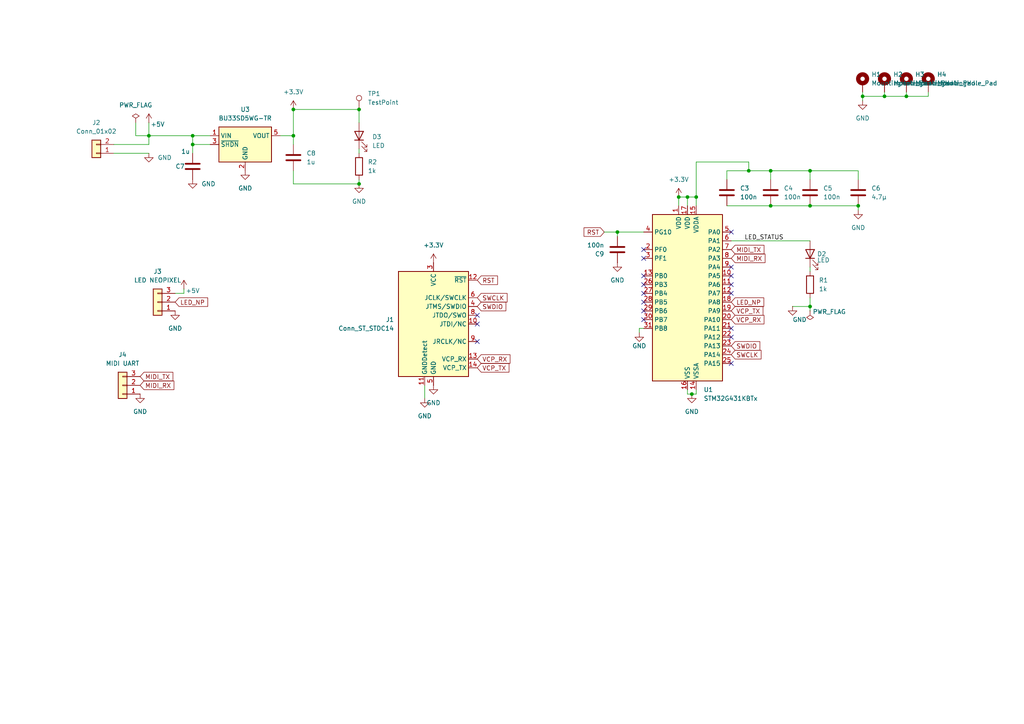
<source format=kicad_sch>
(kicad_sch (version 20250114) (generator "eeschema") (generator_version "9.0")
  (paper "A4")
  (lib_symbols
    (symbol "Connector:Conn_ST_STDC14"
      (property "Reference" "J" (at -8.89 16.51 0))
      (property "Value" "Conn_ST_STDC14" (at 17.78 16.51 0))
      (symbol "Conn_ST_STDC14_0_1"
        (rectangle (start -10.16 15.24) (end 10.16 -15.24) (stroke (width 0.254)) (fill (type background)))
      )
      (symbol "Conn_ST_STDC14_1_1"
        (pin no_connect line (at -10.16 5.08 0) (length 2.54) (hide yes) (name "NC") (number "1"))
        (pin no_connect line (at -10.16 2.54 0) (length 2.54) (hide yes) (name "NC") (number "2"))
        (pin passive line (at -2.54 -17.78 90) (length 2.54) (name "GNDDetect") (number "11"))
        (pin power_in line (at 0 17.78 270) (length 2.54) (name "VCC") (number "3"))
        (pin power_in line (at 0 -17.78 90) (length 2.54) (name "GND") (number "5"))
        (pin passive line (at 0 -17.78 90) (length 2.54) (hide yes) (name "GND") (number "7"))
        (pin open_collector line (at 12.7 12.7 180) (length 2.54) (name "~{RST}") (number "12"))
        (pin output line (at 12.7 7.62 180) (length 2.54) (name "JCLK/SWCLK") (number "6"))
        (pin bidirectional line (at 12.7 5.08 180) (length 2.54) (name "JTMS/SWDIO") (number "4"))
        (pin input line (at 12.7 2.54 180) (length 2.54) (name "JTDO/SWO") (number "8"))
        (pin output line (at 12.7 0 180) (length 2.54) (name "JTDI/NC") (number "10"))
        (pin input line (at 12.7 -5.08 180) (length 2.54) (name "JRCLK/NC") (number "9"))
        (pin output line (at 12.7 -10.16 180) (length 2.54) (name "VCP_RX") (number "13"))
        (pin input line (at 12.7 -12.7 180) (length 2.54) (name "VCP_TX") (number "14"))
      )
    )
    (symbol "Connector:TestPoint" (pin_numbers (hide yes)) (pin_names (offset 0.762) (hide yes))
      (property "Reference" "TP" (at 0 6.858 0))
      (property "Value" "TestPoint" (at 0 5.08 0))
      (symbol "TestPoint_0_1"
        (circle (center 0 3.302) (radius 0.762))
      )
      (symbol "TestPoint_1_1"
        (pin passive line (at 0 0 90) (length 2.54) (name "1") (number "1"))
      )
    )
    (symbol "Connector_Generic:Conn_01x02" (pin_names (offset 1.016) (hide yes))
      (property "Reference" "J" (at 0 2.54 0))
      (property "Value" "Conn_01x02" (at 0 -5.08 0))
      (symbol "Conn_01x02_1_1"
        (rectangle (start -1.27 1.27) (end 1.27 -3.81) (stroke (width 0.254)) (fill (type background)))
        (rectangle (start -1.27 0.127) (end 0 -0.127) (stroke (width 0.1524)))
        (rectangle (start -1.27 -2.413) (end 0 -2.667) (stroke (width 0.1524)))
        (pin passive line (at -5.08 0 0) (length 3.81) (name "Pin_1") (number "1"))
        (pin passive line (at -5.08 -2.54 0) (length 3.81) (name "Pin_2") (number "2"))
      )
    )
    (symbol "Connector_Generic:Conn_01x03" (pin_names (offset 1.016) (hide yes))
      (property "Reference" "J" (at 0 5.08 0))
      (property "Value" "Conn_01x03" (at 0 -5.08 0))
      (symbol "Conn_01x03_1_1"
        (rectangle (start -1.27 3.81) (end 1.27 -3.81) (stroke (width 0.254)) (fill (type background)))
        (rectangle (start -1.27 2.667) (end 0 2.413) (stroke (width 0.1524)))
        (rectangle (start -1.27 0.127) (end 0 -0.127) (stroke (width 0.1524)))
        (rectangle (start -1.27 -2.413) (end 0 -2.667) (stroke (width 0.1524)))
        (pin passive line (at -5.08 2.54 0) (length 3.81) (name "Pin_1") (number "1"))
        (pin passive line (at -5.08 0 0) (length 3.81) (name "Pin_2") (number "2"))
        (pin passive line (at -5.08 -2.54 0) (length 3.81) (name "Pin_3") (number "3"))
      )
    )
    (symbol "Device:LED" (pin_numbers (hide yes)) (pin_names (offset 1.016) (hide yes))
      (property "Reference" "D" (at 0 2.54 0))
      (property "Value" "LED" (at 0 -2.54 0))
      (symbol "LED_0_1"
        (polyline (pts (xy -3.048 -0.762) (xy -4.572 -2.286) (xy -3.81 -2.286) (xy -4.572 -2.286) (xy -4.572 -1.524)))
        (polyline (pts (xy -1.778 -0.762) (xy -3.302 -2.286) (xy -2.54 -2.286) (xy -3.302 -2.286) (xy -3.302 -1.524)))
        (polyline (pts (xy -1.27 0) (xy 1.27 0)))
        (polyline (pts (xy -1.27 -1.27) (xy -1.27 1.27)) (stroke (width 0.254)))
        (polyline (pts (xy 1.27 -1.27) (xy 1.27 1.27) (xy -1.27 0) (xy 1.27 -1.27)) (stroke (width 0.254)))
      )
      (symbol "LED_1_1"
        (pin passive line (at -3.81 0 0) (length 2.54) (name "K") (number "1"))
        (pin passive line (at 3.81 0 180) (length 2.54) (name "A") (number "2"))
      )
    )
    (symbol "MCU_ST_STM32G4:STM32G431KBTx"
      (property "Reference" "U" (at -10.16 26.67 0))
      (property "Value" "STM32G431KBTx" (at 5.08 26.67 0))
      (symbol "STM32G431KBTx_0_1"
        (rectangle (start -10.16 -22.86) (end 10.16 25.4) (stroke (width 0.254)) (fill (type background)))
      )
      (symbol "STM32G431KBTx_1_1"
        (pin bidirectional line (at -12.7 20.32 0) (length 2.54) (name "PG10") (number "4"))
        (pin bidirectional line (at -12.7 15.24 0) (length 2.54) (name "PF0") (number "2"))
        (pin bidirectional line (at -12.7 12.7 0) (length 2.54) (name "PF1") (number "3"))
        (pin bidirectional line (at -12.7 7.62 0) (length 2.54) (name "PB0") (number "13"))
        (pin bidirectional line (at -12.7 5.08 0) (length 2.54) (name "PB3") (number "26"))
        (pin bidirectional line (at -12.7 2.54 0) (length 2.54) (name "PB4") (number "27"))
        (pin bidirectional line (at -12.7 0 0) (length 2.54) (name "PB5") (number "28"))
        (pin bidirectional line (at -12.7 -2.54 0) (length 2.54) (name "PB6") (number "29"))
        (pin bidirectional line (at -12.7 -5.08 0) (length 2.54) (name "PB7") (number "30"))
        (pin bidirectional line (at -12.7 -7.62 0) (length 2.54) (name "PB8") (number "31"))
        (pin power_in line (at -2.54 27.94 270) (length 2.54) (name "VDD") (number "1"))
        (pin power_in line (at 0 27.94 270) (length 2.54) (name "VDD") (number "17"))
        (pin power_in line (at 0 -25.4 90) (length 2.54) (name "VSS") (number "16"))
        (pin passive line (at 0 -25.4 90) (length 2.54) (hide yes) (name "VSS") (number "32"))
        (pin power_in line (at 2.54 27.94 270) (length 2.54) (name "VDDA") (number "15"))
        (pin power_in line (at 2.54 -25.4 90) (length 2.54) (name "VSSA") (number "14"))
        (pin bidirectional line (at 12.7 20.32 180) (length 2.54) (name "PA0") (number "5"))
        (pin bidirectional line (at 12.7 17.78 180) (length 2.54) (name "PA1") (number "6"))
        (pin bidirectional line (at 12.7 15.24 180) (length 2.54) (name "PA2") (number "7"))
        (pin bidirectional line (at 12.7 12.7 180) (length 2.54) (name "PA3") (number "8"))
        (pin bidirectional line (at 12.7 10.16 180) (length 2.54) (name "PA4") (number "9"))
        (pin bidirectional line (at 12.7 7.62 180) (length 2.54) (name "PA5") (number "10"))
        (pin bidirectional line (at 12.7 5.08 180) (length 2.54) (name "PA6") (number "11"))
        (pin bidirectional line (at 12.7 2.54 180) (length 2.54) (name "PA7") (number "12"))
        (pin bidirectional line (at 12.7 0 180) (length 2.54) (name "PA8") (number "18"))
        (pin bidirectional line (at 12.7 -2.54 180) (length 2.54) (name "PA9") (number "19"))
        (pin bidirectional line (at 12.7 -5.08 180) (length 2.54) (name "PA10") (number "20"))
        (pin bidirectional line (at 12.7 -7.62 180) (length 2.54) (name "PA11") (number "21"))
        (pin bidirectional line (at 12.7 -10.16 180) (length 2.54) (name "PA12") (number "22"))
        (pin bidirectional line (at 12.7 -12.7 180) (length 2.54) (name "PA13") (number "23"))
        (pin bidirectional line (at 12.7 -15.24 180) (length 2.54) (name "PA14") (number "24"))
        (pin bidirectional line (at 12.7 -17.78 180) (length 2.54) (name "PA15") (number "25"))
      )
    )
    (symbol "Mechanical:MountingHole_Pad" (pin_numbers (hide yes)) (pin_names (offset 1.016) (hide yes)) (exclude_from_sim yes) (in_bom no)
      (property "Reference" "H" (at 0 6.35 0))
      (property "Value" "MountingHole_Pad" (at 0 4.445 0))
      (symbol "MountingHole_Pad_0_1"
        (circle (center 0 1.27) (radius 1.27) (stroke (width 1.27)))
      )
      (symbol "MountingHole_Pad_1_1"
        (pin input line (at 0 -2.54 90) (length 2.54) (name "1") (number "1"))
      )
    )
    (symbol "Regulator_Linear:MCP1802x-xx02xOT"
      (property "Reference" "U" (at -6.35 6.35 0))
      (property "Value" "MCP1802x-xx02xOT" (at 0 6.35 0))
      (symbol "MCP1802x-xx02xOT_0_1"
        (rectangle (start -7.62 5.08) (end 7.62 -5.08) (stroke (width 0.254)) (fill (type background)))
      )
      (symbol "MCP1802x-xx02xOT_1_1"
        (pin power_in line (at -10.16 2.54 0) (length 2.54) (name "VIN") (number "1"))
        (pin input line (at -10.16 0 0) (length 2.54) (name "~{SHDN}") (number "3"))
        (pin power_in line (at 0 -7.62 90) (length 2.54) (name "GND") (number "2"))
        (pin no_connect line (at 7.62 0 180) (length 2.54) (hide yes) (name "NC") (number "4"))
        (pin power_out line (at 10.16 2.54 180) (length 2.54) (name "VOUT") (number "5"))
      )
    )
    (symbol "SymbGamelGe2_v8.0:C" (pin_numbers (hide yes)) (pin_names (offset 0.254))
      (property "Reference" "C" (at 0.635 2.54 0))
      (property "Value" "C" (at 0.635 -2.54 0))
      (symbol "C_0_1"
        (polyline (pts (xy -2.032 0.762) (xy 2.032 0.762)) (stroke (width 0.508)))
        (polyline (pts (xy -2.032 -0.762) (xy 2.032 -0.762)) (stroke (width 0.508)))
      )
      (symbol "C_1_1"
        (pin passive line (at 0 3.81 270) (length 2.794) (name "~") (number "1"))
        (pin passive line (at 0 -3.81 90) (length 2.794) (name "~") (number "2"))
      )
    )
    (symbol "SymbGamelGe2_v8.0:R" (pin_numbers (hide yes)) (pin_names (offset 0))
      (property "Reference" "R" (at 2.032 0 90))
      (property "Value" "R" (at 0 0 90))
      (symbol "R_0_1"
        (rectangle (start -1.016 -2.54) (end 1.016 2.54) (stroke (width 0.254)))
      )
      (symbol "R_1_1"
        (pin passive line (at 0 3.81 270) (length 1.27) (name "~") (number "1"))
        (pin passive line (at 0 -3.81 90) (length 1.27) (name "~") (number "2"))
      )
    )
    (symbol "power:+3.3V" (power) (pin_numbers (hide yes)) (pin_names (offset 0) (hide yes))
      (property "Value" "+3.3V" (at 0 3.556 0))
      (symbol "+3.3V_0_1"
        (polyline (pts (xy -0.762 1.27) (xy 0 2.54)))
        (polyline (pts (xy 0 2.54) (xy 0.762 1.27)))
        (polyline (pts (xy 0 0) (xy 0 2.54)))
      )
      (symbol "+3.3V_1_1"
        (pin power_in line (at 0 0 90) (length 0) (name "~") (number "1"))
      )
    )
    (symbol "power:+5V" (power) (pin_numbers (hide yes)) (pin_names (offset 0) (hide yes))
      (property "Value" "+5V" (at 0 3.556 0))
      (symbol "+5V_0_1"
        (polyline (pts (xy -0.762 1.27) (xy 0 2.54)))
        (polyline (pts (xy 0 2.54) (xy 0.762 1.27)))
        (polyline (pts (xy 0 0) (xy 0 2.54)))
      )
      (symbol "+5V_1_1"
        (pin power_in line (at 0 0 90) (length 0) (name "~") (number "1"))
      )
    )
    (symbol "power:GND" (power) (pin_numbers (hide yes)) (pin_names (offset 0) (hide yes))
      (property "Value" "GND" (at 0 -3.81 0))
      (symbol "GND_0_1"
        (polyline (pts (xy 0 0) (xy 0 -1.27) (xy 1.27 -1.27) (xy 0 -2.54) (xy -1.27 -1.27) (xy 0 -1.27)))
      )
      (symbol "GND_1_1"
        (pin power_in line (at 0 0 270) (length 0) (name "~") (number "1"))
      )
    )
    (symbol "power:PWR_FLAG" (power) (pin_numbers (hide yes)) (pin_names (offset 0) (hide yes))
      (property "Value" "PWR_FLAG" (at 0 3.81 0))
      (symbol "PWR_FLAG_0_0"
        (pin power_out line (at 0 0 90) (length 0) (name "~") (number "1"))
      )
      (symbol "PWR_FLAG_0_1"
        (polyline (pts (xy 0 0) (xy 0 1.27) (xy -1.016 1.905) (xy 0 2.54) (xy 1.016 1.905) (xy 0 1.27)))
      )
    )
  )
  (junction (at 199.39 57.15))
  (junction (at 85.09 39.37))
  (junction (at 104.14 31.75))
  (junction (at 234.95 88.9))
  (junction (at 223.52 59.69))
  (junction (at 196.85 57.15))
  (junction (at 223.52 49.53))
  (junction (at 201.93 57.15))
  (junction (at 217.17 49.53))
  (junction (at 179.07 67.31))
  (junction (at 55.88 39.37))
  (junction (at 262.89 27.94))
  (junction (at 43.18 39.37))
  (junction (at 200.66 114.3))
  (junction (at 256.54 27.94))
  (junction (at 234.95 59.69))
  (junction (at 85.09 31.75))
  (junction (at 234.95 49.53))
  (junction (at 250.19 27.94))
  (junction (at 55.88 41.91))
  (junction (at 248.92 59.69))
  (junction (at 104.14 53.34))
  (no_connect (at 186.69 82.55))
  (no_connect (at 212.09 77.47))
  (no_connect (at 212.09 85.09))
  (no_connect (at 212.09 82.55))
  (no_connect (at 186.69 90.17))
  (no_connect (at 186.69 87.63))
  (no_connect (at 138.43 99.06))
  (no_connect (at 186.69 74.93))
  (no_connect (at 138.43 91.44))
  (no_connect (at 138.43 93.98))
  (no_connect (at 212.09 67.31))
  (no_connect (at 186.69 85.09))
  (no_connect (at 186.69 92.71))
  (no_connect (at 212.09 95.25))
  (no_connect (at 212.09 97.79))
  (no_connect (at 212.09 80.01))
  (no_connect (at 212.09 105.41))
  (no_connect (at 186.69 72.39))
  (no_connect (at 186.69 80.01))
  (wire (pts (xy 85.09 53.34) (xy 85.09 49.53)))
  (wire (pts (xy 262.89 27.94) (xy 269.24 27.94)))
  (wire (pts (xy 250.19 27.94) (xy 250.19 29.21)))
  (wire (pts (xy 210.82 49.53) (xy 210.82 52.07)))
  (wire (pts (xy 201.93 57.15) (xy 201.93 59.69)))
  (wire (pts (xy 33.02 41.91) (xy 43.18 41.91)))
  (wire (pts (xy 223.52 49.53) (xy 234.95 49.53)))
  (wire (pts (xy 104.14 53.34) (xy 85.09 53.34)))
  (wire (pts (xy 60.96 41.91) (xy 55.88 41.91)))
  (wire (pts (xy 229.87 88.9) (xy 234.95 88.9)))
  (wire (pts (xy 201.93 46.99) (xy 201.93 57.15)))
  (wire (pts (xy 179.07 67.31) (xy 186.69 67.31)))
  (wire (pts (xy 50.8 85.09) (xy 53.34 85.09)))
  (wire (pts (xy 234.95 86.36) (xy 234.95 88.9)))
  (wire (pts (xy 256.54 26.67) (xy 256.54 27.94)))
  (wire (pts (xy 104.14 31.75) (xy 85.09 31.75)))
  (wire (pts (xy 217.17 46.99) (xy 217.17 49.53)))
  (wire (pts (xy 85.09 41.91) (xy 85.09 39.37)))
  (wire (pts (xy 53.34 85.09) (xy 53.34 83.82)))
  (wire (pts (xy 210.82 59.69) (xy 223.52 59.69)))
  (wire (pts (xy 85.09 31.75) (xy 85.09 39.37)))
  (wire (pts (xy 223.52 59.69) (xy 234.95 59.69)))
  (wire (pts (xy 175.26 67.31) (xy 179.07 67.31)))
  (wire (pts (xy 217.17 49.53) (xy 223.52 49.53)))
  (wire (pts (xy 179.07 68.58) (xy 179.07 67.31)))
  (wire (pts (xy 248.92 59.69) (xy 248.92 60.96)))
  (wire (pts (xy 210.82 49.53) (xy 217.17 49.53)))
  (wire (pts (xy 196.85 57.15) (xy 199.39 57.15)))
  (wire (pts (xy 43.18 39.37) (xy 43.18 35.56)))
  (wire (pts (xy 256.54 27.94) (xy 262.89 27.94)))
  (wire (pts (xy 234.95 52.07) (xy 234.95 49.53)))
  (wire (pts (xy 196.85 57.15) (xy 196.85 59.69)))
  (wire (pts (xy 199.39 113.03) (xy 199.39 114.3)))
  (wire (pts (xy 199.39 114.3) (xy 200.66 114.3)))
  (wire (pts (xy 250.19 26.67) (xy 250.19 27.94)))
  (wire (pts (xy 199.39 57.15) (xy 201.93 57.15)))
  (wire (pts (xy 201.93 113.03) (xy 201.93 114.3)))
  (wire (pts (xy 104.14 35.56) (xy 104.14 31.75)))
  (wire (pts (xy 55.88 41.91) (xy 55.88 39.37)))
  (wire (pts (xy 234.95 90.17) (xy 234.95 88.9)))
  (wire (pts (xy 104.14 52.07) (xy 104.14 53.34)))
  (wire (pts (xy 39.37 35.56) (xy 39.37 39.37)))
  (wire (pts (xy 39.37 39.37) (xy 43.18 39.37)))
  (wire (pts (xy 55.88 41.91) (xy 55.88 44.45)))
  (wire (pts (xy 123.19 115.57) (xy 123.19 111.76)))
  (wire (pts (xy 223.52 49.53) (xy 223.52 52.07)))
  (wire (pts (xy 248.92 49.53) (xy 234.95 49.53)))
  (wire (pts (xy 234.95 77.47) (xy 234.95 78.74)))
  (wire (pts (xy 33.02 44.45) (xy 43.18 44.45)))
  (wire (pts (xy 43.18 41.91) (xy 43.18 39.37)))
  (wire (pts (xy 81.28 39.37) (xy 85.09 39.37)))
  (wire (pts (xy 185.42 96.52) (xy 185.42 95.25)))
  (wire (pts (xy 262.89 26.67) (xy 262.89 27.94)))
  (wire (pts (xy 185.42 95.25) (xy 186.69 95.25)))
  (wire (pts (xy 104.14 43.18) (xy 104.14 44.45)))
  (wire (pts (xy 201.93 114.3) (xy 200.66 114.3)))
  (wire (pts (xy 269.24 27.94) (xy 269.24 26.67)))
  (wire (pts (xy 43.18 39.37) (xy 55.88 39.37)))
  (wire (pts (xy 55.88 39.37) (xy 60.96 39.37)))
  (wire (pts (xy 250.19 27.94) (xy 256.54 27.94)))
  (wire (pts (xy 234.95 59.69) (xy 248.92 59.69)))
  (wire (pts (xy 212.09 69.85) (xy 234.95 69.85)))
  (wire (pts (xy 217.17 46.99) (xy 201.93 46.99)))
  (wire (pts (xy 199.39 57.15) (xy 199.39 59.69)))
  (wire (pts (xy 248.92 52.07) (xy 248.92 49.53)))
  (label "LED_STATUS" (at 215.9 69.85 0))
  (global_label "VCP_RX" (shape input) (at 212.09 92.71 0) (property "Intersheetrefs" "${INTERSHEET_REFS}" (effects (hide yes))))
  (global_label "VCP_TX" (shape input) (at 212.09 90.17 0) (property "Intersheetrefs" "${INTERSHEET_REFS}" (effects (hide yes))))
  (global_label "LED_NP" (shape input) (at 50.8 87.63 0) (property "Intersheetrefs" "${INTERSHEET_REFS}" (effects (hide yes))))
  (global_label "SWDIO" (shape input) (at 138.43 88.9 0) (property "Intersheetrefs" "${INTERSHEET_REFS}" (effects (hide yes))))
  (global_label "VCP_RX" (shape input) (at 138.43 104.14 0) (property "Intersheetrefs" "${INTERSHEET_REFS}" (effects (hide yes))))
  (global_label "MIDI_TX" (shape input) (at 212.09 72.39 0) (property "Intersheetrefs" "${INTERSHEET_REFS}" (effects (hide yes))))
  (global_label "LED_NP" (shape input) (at 212.09 87.63 0) (property "Intersheetrefs" "${INTERSHEET_REFS}" (effects (hide yes))))
  (global_label "SWCLK" (shape input) (at 212.09 102.87 0) (property "Intersheetrefs" "${INTERSHEET_REFS}" (effects (hide yes))))
  (global_label "SWCLK" (shape input) (at 138.43 86.36 0) (property "Intersheetrefs" "${INTERSHEET_REFS}" (effects (hide yes))))
  (global_label "MIDI_RX" (shape input) (at 212.09 74.93 0) (property "Intersheetrefs" "${INTERSHEET_REFS}" (effects (hide yes))))
  (global_label "RST" (shape input) (at 138.43 81.28 0) (property "Intersheetrefs" "${INTERSHEET_REFS}" (effects (hide yes))))
  (global_label "MIDI_RX" (shape input) (at 40.64 111.76 0) (property "Intersheetrefs" "${INTERSHEET_REFS}" (effects (hide yes))))
  (global_label "VCP_TX" (shape input) (at 138.43 106.68 0) (property "Intersheetrefs" "${INTERSHEET_REFS}" (effects (hide yes))))
  (global_label "SWDIO" (shape input) (at 212.09 100.33 0) (property "Intersheetrefs" "${INTERSHEET_REFS}" (effects (hide yes))))
  (global_label "MIDI_TX" (shape input) (at 40.64 109.22 0) (property "Intersheetrefs" "${INTERSHEET_REFS}" (effects (hide yes))))
  (global_label "RST" (shape input) (at 175.26 67.31 180) (property "Intersheetrefs" "${INTERSHEET_REFS}" (effects (hide yes))))
  (symbol (lib_id "SymbGamelGe2_v8.0:C") (at 248.92 55.88 0) (unit 1)
    (property "Reference" "C6" (at 252.73 54.6099 0) (effects (justify left)))
    (property "Value" "4.7µ" (at 252.73 57.1499 0) (effects (justify left)))
    (property "Footprint" "Capacitor_SMD:C_0603_1608Metric" (effects (hide yes)))
    (property "Description" "Unpolarized capacitor" (effects (hide yes)))
  )
  (symbol (lib_id "power:PWR_FLAG") (at 39.37 35.56 0) (unit 1)
    (property "Reference" "#FLG01" (effects (hide yes)))
    (property "Value" "PWR_FLAG" (at 39.37 30.48 0))
    (property "Description" "Special symbol for telling ERC where power comes from" (effects (hide yes)))
  )
  (symbol (lib_id "Connector:TestPoint") (at 104.14 31.75 0) (unit 1)
    (property "Reference" "TP1" (at 106.68 27.1779 0) (effects (justify left)))
    (property "Value" "TestPoint" (at 106.68 29.7179 0) (effects (justify left)))
    (property "Footprint" "TestPoint:TestPoint_Pad_D2.0mm" (effects (hide yes)))
    (property "Description" "test point" (effects (hide yes)))
  )
  (symbol (lib_id "SymbGamelGe2_v8.0:R") (at 234.95 82.55 0) (unit 1)
    (property "Reference" "R1" (at 237.49 81.2799 0) (effects (justify left)))
    (property "Value" "1k" (at 237.49 83.8199 0) (effects (justify left)))
    (property "Footprint" "Resistor_SMD:R_0402_1005Metric" (effects (hide yes)))
    (property "Description" "Resistor 1/4W" (effects (hide yes)))
  )
  (symbol (lib_id "power:+3.3V") (at 85.09 31.75 0) (unit 1)
    (property "Reference" "#PWR06" (effects (hide yes)))
    (property "Value" "+3.3V" (at 85.09 26.67 0))
    (property "Description" "Power symbol creates a global label with name \"+3.3V\"" (effects (hide yes)))
  )
  (symbol (lib_id "power:GND") (at 71.12 49.53 0) (unit 1)
    (property "Reference" "#PWR03" (effects (hide yes)))
    (property "Value" "GND" (at 71.12 54.61 0))
    (property "Description" "Power symbol creates a global label with name \"GND\" , ground" (effects (hide yes)))
  )
  (symbol (lib_id "Mechanical:MountingHole_Pad") (at 256.54 24.13 0) (unit 1) (exclude_from_sim yes) (in_bom no)
    (property "Reference" "H2" (at 259.08 21.5899 0) (effects (justify left)))
    (property "Value" "MountingHole_Pad" (at 259.08 24.1299 0) (effects (justify left)))
    (property "Footprint" "MountingHole:MountingHole_3.2mm_M3_Pad_Via" (effects (hide yes)))
    (property "Description" "Mounting Hole with connection" (effects (hide yes)))
  )
  (symbol (lib_id "power:GND") (at 104.14 53.34 0) (unit 1)
    (property "Reference" "#PWR012" (effects (hide yes)))
    (property "Value" "GND" (at 104.14 58.42 0))
    (property "Description" "Power symbol creates a global label with name \"GND\" , ground" (effects (hide yes)))
  )
  (symbol (lib_id "Device:LED") (at 234.95 73.66 90) (unit 1)
    (property "Reference" "D2" (at 236.982 73.66 90) (effects (justify right)))
    (property "Value" "LED" (at 236.982 75.438 90) (effects (justify right)))
    (property "Footprint" "LED_SMD:LED_0603_1608Metric" (effects (hide yes)))
    (property "Description" "Light emitting diode" (effects (hide yes)))
    (property "Sim.Pins" "1=K 2=A" (effects (hide yes)))
  )
  (symbol (lib_id "SymbGamelGe2_v8.0:C") (at 85.09 45.72 0) (unit 1)
    (property "Reference" "C8" (at 88.9 44.4499 0) (effects (justify left)))
    (property "Value" "1u" (at 88.9 46.9899 0) (effects (justify left)))
    (property "Footprint" "Capacitor_SMD:C_0603_1608Metric" (effects (hide yes)))
    (property "Description" "Unpolarized capacitor" (effects (hide yes)))
  )
  (symbol (lib_id "power:GND") (at 43.18 44.45 0) (unit 1)
    (property "Reference" "#PWR04" (effects (hide yes)))
    (property "Value" "GND" (at 45.72 45.7199 0) (effects (justify left)))
    (property "Description" "Power symbol creates a global label with name \"GND\" , ground" (effects (hide yes)))
  )
  (symbol (lib_id "power:+3.3V") (at 196.85 57.15 0) (unit 1)
    (property "Reference" "#PWR07" (effects (hide yes)))
    (property "Value" "+3.3V" (at 196.85 52.07 0))
    (property "Description" "Power symbol creates a global label with name \"+3.3V\"" (effects (hide yes)))
  )
  (symbol (lib_id "power:GND") (at 185.42 96.52 0) (unit 1)
    (property "Reference" "#PWR017" (effects (hide yes)))
    (property "Value" "GND" (at 185.42 100.33 0))
    (property "Description" "Power symbol creates a global label with name \"GND\" , ground" (effects (hide yes)))
  )
  (symbol (lib_id "SymbGamelGe2_v8.0:C") (at 55.88 48.26 180) (unit 1)
    (property "Reference" "C7" (at 53.594 48.26 0) (effects (justify left)))
    (property "Value" "1u" (at 55.118 43.942 0) (effects (justify left)))
    (property "Footprint" "Capacitor_SMD:C_0603_1608Metric" (effects (hide yes)))
    (property "Description" "Unpolarized capacitor" (effects (hide yes)))
  )
  (symbol (lib_id "power:PWR_FLAG") (at 234.95 90.17 180) (unit 1)
    (property "Reference" "#FLG02" (effects (hide yes)))
    (property "Value" "PWR_FLAG" (at 235.712 90.424 0) (effects (justify right)))
    (property "Description" "Special symbol for telling ERC where power comes from" (effects (hide yes)))
  )
  (symbol (lib_id "SymbGamelGe2_v8.0:C") (at 234.95 55.88 0) (unit 1)
    (property "Reference" "C5" (at 238.76 54.6099 0) (effects (justify left)))
    (property "Value" "100n" (at 238.76 57.1499 0) (effects (justify left)))
    (property "Footprint" "Capacitor_SMD:C_0402_1005Metric" (effects (hide yes)))
    (property "Description" "Unpolarized capacitor" (effects (hide yes)))
  )
  (symbol (lib_id "Connector_Generic:Conn_01x03") (at 35.56 111.76 180) (unit 1)
    (property "Reference" "J4" (at 35.56 102.87 0))
    (property "Value" "MIDI UART" (at 35.56 105.41 0))
    (property "Footprint" "Connector_JST:JST_XH_B3B-XH-A_1x03_P2.50mm_Vertical" (effects (hide yes)))
    (property "Description" "Generic connector, single row, 01x03, script generated (kicad-library-utils/schlib/autogen/connector/)" (effects (hide yes)))
  )
  (symbol (lib_id "power:GND") (at 125.73 111.76 0) (unit 1)
    (property "Reference" "#PWR09" (effects (hide yes)))
    (property "Value" "GND" (at 125.73 116.84 0))
    (property "Description" "Power symbol creates a global label with name \"GND\" , ground" (effects (hide yes)))
  )
  (symbol (lib_id "Mechanical:MountingHole_Pad") (at 262.89 24.13 0) (unit 1) (exclude_from_sim yes) (in_bom no)
    (property "Reference" "H3" (at 265.43 21.5899 0) (effects (justify left)))
    (property "Value" "MountingHole_Pad" (at 265.43 24.1299 0) (effects (justify left)))
    (property "Footprint" "MountingHole:MountingHole_3.2mm_M3_Pad_Via" (effects (hide yes)))
    (property "Description" "Mounting Hole with connection" (effects (hide yes)))
  )
  (symbol (lib_id "SymbGamelGe2_v8.0:R") (at 104.14 48.26 0) (unit 1)
    (property "Reference" "R2" (at 106.68 46.9899 0) (effects (justify left)))
    (property "Value" "1k" (at 106.68 49.5299 0) (effects (justify left)))
    (property "Footprint" "Resistor_SMD:R_0402_1005Metric" (effects (hide yes)))
    (property "Description" "Resistor 1/4W" (effects (hide yes)))
  )
  (symbol (lib_id "Mechanical:MountingHole_Pad") (at 269.24 24.13 0) (unit 1) (exclude_from_sim yes) (in_bom no)
    (property "Reference" "H4" (at 271.78 21.5899 0) (effects (justify left)))
    (property "Value" "MountingHole_Pad" (at 271.78 24.1299 0) (effects (justify left)))
    (property "Footprint" "MountingHole:MountingHole_3.2mm_M3_Pad_Via" (effects (hide yes)))
    (property "Description" "Mounting Hole with connection" (effects (hide yes)))
  )
  (symbol (lib_id "power:GND") (at 55.88 52.07 0) (unit 1)
    (property "Reference" "#PWR011" (effects (hide yes)))
    (property "Value" "GND" (at 58.42 53.3399 0) (effects (justify left)))
    (property "Description" "Power symbol creates a global label with name \"GND\" , ground" (effects (hide yes)))
  )
  (symbol (lib_id "Connector:Conn_ST_STDC14") (at 125.73 93.98 0) (unit 1)
    (property "Reference" "J1" (at 114.3 92.7099 0) (effects (justify right)))
    (property "Value" "Conn_ST_STDC14" (at 114.3 95.2499 0) (effects (justify right)))
    (property "Footprint" "Connector_PinHeader_1.27mm:PinHeader_2x07_P1.27mm_Vertical_SMD" (effects (hide yes)))
    (property "Datasheet" "https://www.st.com/content/ccc/resource/technical/document/user_manual/group1/99/49/91/b6/b2/3a/46/e5/DM00526767/files/DM00526767.pdf/jcr:content/translations/en.DM00526767.pdf" (effects (hide yes)))
    (property "Description" "ST Debug Connector, standard ARM Cortex-M SWD and JTAG interface plus UART" (effects (hide yes)))
  )
  (symbol (lib_id "power:+3.3V") (at 125.73 76.2 0) (unit 1)
    (property "Reference" "#PWR010" (effects (hide yes)))
    (property "Value" "+3.3V" (at 125.73 71.12 0))
    (property "Description" "Power symbol creates a global label with name \"+3.3V\"" (effects (hide yes)))
  )
  (symbol (lib_id "power:GND") (at 123.19 115.57 0) (unit 1)
    (property "Reference" "#PWR08" (effects (hide yes)))
    (property "Value" "GND" (at 123.19 120.65 0))
    (property "Description" "Power symbol creates a global label with name \"GND\" , ground" (effects (hide yes)))
  )
  (symbol (lib_id "SymbGamelGe2_v8.0:C") (at 210.82 55.88 0) (unit 1)
    (property "Reference" "C3" (at 214.63 54.6099 0) (effects (justify left)))
    (property "Value" "100n" (at 214.63 57.1499 0) (effects (justify left)))
    (property "Footprint" "Capacitor_SMD:C_0402_1005Metric" (effects (hide yes)))
    (property "Description" "Unpolarized capacitor" (effects (hide yes)))
  )
  (symbol (lib_id "power:GND") (at 250.19 29.21 0) (unit 1)
    (property "Reference" "#PWR018" (effects (hide yes)))
    (property "Value" "GND" (at 250.19 34.29 0))
    (property "Description" "Power symbol creates a global label with name \"GND\" , ground" (effects (hide yes)))
  )
  (symbol (lib_id "Connector_Generic:Conn_01x02") (at 27.94 44.45 180) (unit 1)
    (property "Reference" "J2" (at 27.94 35.56 0))
    (property "Value" "Conn_01x02" (at 27.94 38.1 0))
    (property "Footprint" "Connector_JST:JST_XH_B2B-XH-A_1x02_P2.50mm_Vertical" (effects (hide yes)))
    (property "Description" "Generic connector, single row, 01x02, script generated (kicad-library-utils/schlib/autogen/connector/)" (effects (hide yes)))
  )
  (symbol (lib_id "power:GND") (at 40.64 114.3 0) (unit 1)
    (property "Reference" "#PWR019" (effects (hide yes)))
    (property "Value" "GND" (at 40.64 119.38 0))
    (property "Description" "Power symbol creates a global label with name \"GND\" , ground" (effects (hide yes)))
  )
  (symbol (lib_id "Regulator_Linear:MCP1802x-xx02xOT") (at 71.12 41.91 0) (unit 1)
    (property "Reference" "U3" (at 71.12 31.75 0))
    (property "Value" "BU33SD5WG-TR" (at 71.12 34.29 0))
    (property "Footprint" "Package_TO_SOT_SMD:SOT-23-5" (effects (hide yes)))
    (property "Datasheet" "http://ww1.microchip.com/downloads/en/DeviceDoc/22053C.pdf" (effects (hide yes)))
    (property "Description" "150mA, Tiny CMOS LDO With Shutdown, Fixed Voltage, SOT-23-5" (effects (hide yes)))
  )
  (symbol (lib_id "power:GND") (at 50.8 90.17 0) (unit 1)
    (property "Reference" "#PWR016" (effects (hide yes)))
    (property "Value" "GND" (at 50.8 95.25 0))
    (property "Description" "Power symbol creates a global label with name \"GND\" , ground" (effects (hide yes)))
  )
  (symbol (lib_id "power:+5V") (at 43.18 35.56 0) (unit 1)
    (property "Reference" "#PWR05" (effects (hide yes)))
    (property "Value" "+5V" (at 43.688 36.068 0) (effects (justify left)))
    (property "Description" "Power symbol creates a global label with name \"+5V\"" (effects (hide yes)))
  )
  (symbol (lib_id "power:GND") (at 179.07 76.2 0) (unit 1)
    (property "Reference" "#PWR013" (effects (hide yes)))
    (property "Value" "GND" (at 179.07 81.28 0))
    (property "Description" "Power symbol creates a global label with name \"GND\" , ground" (effects (hide yes)))
  )
  (symbol (lib_id "power:+5V") (at 53.34 83.82 0) (unit 1)
    (property "Reference" "#PWR015" (effects (hide yes)))
    (property "Value" "+5V" (at 53.848 84.328 0) (effects (justify left)))
    (property "Description" "Power symbol creates a global label with name \"+5V\"" (effects (hide yes)))
  )
  (symbol (lib_id "Connector_Generic:Conn_01x03") (at 45.72 87.63 180) (unit 1)
    (property "Reference" "J3" (at 45.72 78.74 0))
    (property "Value" "LED NEOPIXEL" (at 45.72 81.28 0))
    (property "Footprint" "Connector_JST:JST_XH_B3B-XH-A_1x03_P2.50mm_Vertical" (effects (hide yes)))
    (property "Description" "Generic connector, single row, 01x03, script generated (kicad-library-utils/schlib/autogen/connector/)" (effects (hide yes)))
  )
  (symbol (lib_id "power:GND") (at 200.66 114.3 0) (unit 1)
    (property "Reference" "#PWR014" (effects (hide yes)))
    (property "Value" "GND" (at 200.66 119.38 0))
    (property "Description" "Power symbol creates a global label with name \"GND\" , ground" (effects (hide yes)))
  )
  (symbol (lib_id "SymbGamelGe2_v8.0:C") (at 223.52 55.88 0) (unit 1)
    (property "Reference" "C4" (at 227.33 54.6099 0) (effects (justify left)))
    (property "Value" "100n" (at 227.33 57.1499 0) (effects (justify left)))
    (property "Footprint" "Capacitor_SMD:C_0402_1005Metric" (effects (hide yes)))
    (property "Description" "Unpolarized capacitor" (effects (hide yes)))
  )
  (symbol (lib_id "Device:LED") (at 104.14 39.37 90) (unit 1)
    (property "Reference" "D3" (at 107.95 39.6874 90) (effects (justify right)))
    (property "Value" "LED" (at 107.95 42.2274 90) (effects (justify right)))
    (property "Footprint" "LED_SMD:LED_0603_1608Metric" (effects (hide yes)))
    (property "Description" "Light emitting diode" (effects (hide yes)))
    (property "Sim.Pins" "1=K 2=A" (effects (hide yes)))
  )
  (symbol (lib_id "power:GND") (at 229.87 88.9 0) (unit 1)
    (property "Reference" "#PWR01" (effects (hide yes)))
    (property "Value" "GND" (at 229.87 92.71 0) (effects (justify left)))
    (property "Description" "Power symbol creates a global label with name \"GND\" , ground" (effects (hide yes)))
  )
  (symbol (lib_id "Mechanical:MountingHole_Pad") (at 250.19 24.13 0) (unit 1) (exclude_from_sim yes) (in_bom no)
    (property "Reference" "H1" (at 252.73 21.5899 0) (effects (justify left)))
    (property "Value" "MountingHole_Pad" (at 252.73 24.1299 0) (effects (justify left)))
    (property "Footprint" "MountingHole:MountingHole_3.2mm_M3_Pad_Via" (effects (hide yes)))
    (property "Description" "Mounting Hole with connection" (effects (hide yes)))
  )
  (symbol (lib_id "power:GND") (at 248.92 60.96 0) (unit 1)
    (property "Reference" "#PWR02" (effects (hide yes)))
    (property "Value" "GND" (at 248.92 66.04 0))
    (property "Description" "Power symbol creates a global label with name \"GND\" , ground" (effects (hide yes)))
  )
  (symbol (lib_id "MCU_ST_STM32G4:STM32G431KBTx") (at 199.39 87.63 0) (unit 1)
    (property "Reference" "U1" (at 204.0733 113.03 0) (effects (justify left)))
    (property "Value" "STM32G431KBTx" (at 204.0733 115.57 0) (effects (justify left)))
    (property "Footprint" "Package_QFP:LQFP-32_7x7mm_P0.8mm" (effects (hide yes)))
    (property "Datasheet" "https://www.st.com/resource/en/datasheet/stm32g431kb.pdf" (effects (hide yes)))
    (property "Description" "STMicroelectronics Arm Cortex-M4 MCU, 128KB flash, 32KB RAM, 170 MHz, 1.71-3.6V, 26 GPIO, LQFP32" (effects (hide yes)))
  )
  (symbol (lib_id "SymbGamelGe2_v8.0:C") (at 179.07 72.39 180) (unit 1)
    (property "Reference" "C9" (at 175.26 73.6601 0) (effects (justify left)))
    (property "Value" "100n" (at 175.26 71.1201 0) (effects (justify left)))
    (property "Footprint" "Capacitor_SMD:C_0402_1005Metric" (effects (hide yes)))
    (property "Description" "Unpolarized capacitor" (effects (hide yes)))
  )
)
</source>
